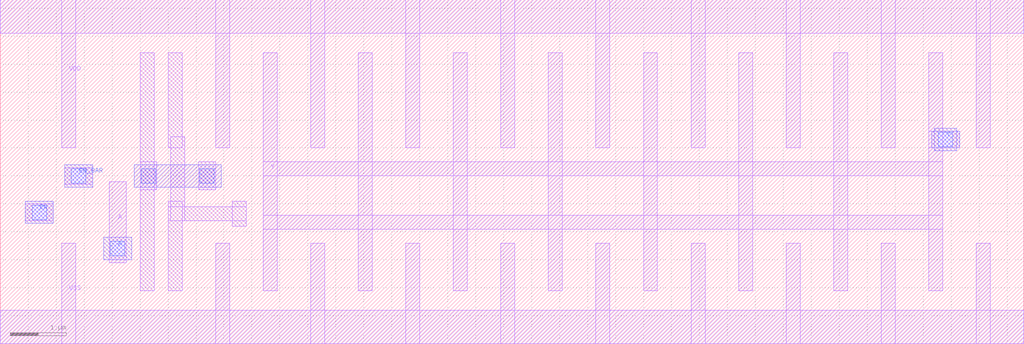
<source format=lef>
# Copyright 2022 Google LLC
# Licensed under the Apache License, Version 2.0 (the "License");
# you may not use this file except in compliance with the License.
# You may obtain a copy of the License at
#
#      http://www.apache.org/licenses/LICENSE-2.0
#
# Unless required by applicable law or agreed to in writing, software
# distributed under the License is distributed on an "AS IS" BASIS,
# WITHOUT WARRANTIES OR CONDITIONS OF ANY KIND, either express or implied.
# See the License for the specific language governing permissions and
# limitations under the License.
VERSION 5.7 ;
BUSBITCHARS "[]" ;
DIVIDERCHAR "/" ;

MACRO gf180mcu_osu_sc_gp9t3v3__tinv_16
  CLASS CORE ;
  ORIGIN 0 0 ;
  FOREIGN gf180mcu_osu_sc_gp9t3v3__tinv_16 0 0 ;
  SIZE 18.3 BY 6.15 ;
  SYMMETRY X Y ;
  SITE GF180_3p3_12t ;
  PIN VDD
    DIRECTION INOUT ;
    USE POWER ;
    SHAPE ABUTMENT ;
    PORT
      LAYER MET1 ;
        RECT 0 5.55 18.3 6.15 ;
        RECT 17.45 3.5 17.7 6.15 ;
        RECT 15.75 3.5 16 6.15 ;
        RECT 14.05 3.5 14.3 6.15 ;
        RECT 12.35 3.5 12.6 6.15 ;
        RECT 10.65 3.5 10.9 6.15 ;
        RECT 8.95 3.5 9.2 6.15 ;
        RECT 7.25 3.5 7.5 6.15 ;
        RECT 5.55 3.5 5.8 6.15 ;
        RECT 3.85 3.5 4.1 6.15 ;
        RECT 1.1 3.5 1.35 6.15 ;
    END
  END VDD
  PIN VSS
    DIRECTION INOUT ;
    USE GROUND ;
    PORT
      LAYER MET1 ;
        RECT 0 0 18.3 0.6 ;
        RECT 17.45 0 17.7 1.8 ;
        RECT 15.75 0 16 1.8 ;
        RECT 14.05 0 14.3 1.8 ;
        RECT 12.35 0 12.6 1.8 ;
        RECT 10.65 0 10.9 1.8 ;
        RECT 8.95 0 9.2 1.8 ;
        RECT 7.25 0 7.5 1.8 ;
        RECT 5.55 0 5.8 1.8 ;
        RECT 3.85 0 4.1 1.8 ;
        RECT 1.1 0 1.35 1.8 ;
    END
  END VSS
  PIN A
    DIRECTION INPUT ;
    USE SIGNAL ;
    PORT
      LAYER MET1 ;
        RECT 1.95 1.45 2.25 2.9 ;
      LAYER MET2 ;
        RECT 1.85 1.5 2.35 1.9 ;
      LAYER VIA12 ;
        RECT 1.97 1.57 2.23 1.83 ;
    END
  END A
  PIN EN
    DIRECTION INPUT ;
    USE SIGNAL ;
    PORT
      LAYER MET1 ;
        RECT 0.45 2.2 0.95 2.5 ;
      LAYER MET2 ;
        RECT 0.45 2.15 0.95 2.55 ;
      LAYER VIA12 ;
        RECT 0.57 2.22 0.83 2.48 ;
    END
  END EN
  PIN EN_BAR
    DIRECTION INPUT ;
    USE SIGNAL ;
    PORT
      LAYER MET1 ;
        RECT 1.15 2.85 1.65 3.15 ;
      LAYER MET2 ;
        RECT 1.15 2.8 1.65 3.2 ;
      LAYER VIA12 ;
        RECT 1.27 2.87 1.53 3.13 ;
    END
  END EN_BAR
  PIN Y
    DIRECTION OUTPUT ;
    USE SIGNAL ;
    PORT
      LAYER MET1 ;
        RECT 16.6 3.5 17.15 3.8 ;
        RECT 16.6 0.95 16.85 5.2 ;
        RECT 4.7 3 16.85 3.25 ;
        RECT 4.7 2.05 16.85 2.3 ;
        RECT 14.9 0.95 15.15 5.2 ;
        RECT 13.2 0.95 13.45 5.2 ;
        RECT 11.5 0.95 11.75 5.2 ;
        RECT 9.8 0.95 10.05 5.2 ;
        RECT 8.1 0.95 8.35 5.2 ;
        RECT 6.4 0.95 6.65 5.2 ;
        RECT 4.7 0.95 4.95 5.2 ;
      LAYER MET2 ;
        RECT 16.65 3.5 17.15 3.8 ;
        RECT 16.7 3.45 17.1 3.85 ;
      LAYER VIA12 ;
        RECT 16.77 3.52 17.03 3.78 ;
    END
  END Y
  OBS
    LAYER MET2 ;
      RECT 2.4 2.8 3.95 3.2 ;
    LAYER VIA12 ;
      RECT 3.57 2.87 3.83 3.13 ;
      RECT 2.52 2.87 2.78 3.13 ;
    LAYER MET1 ;
      RECT 3 3.5 3.25 5.2 ;
      RECT 3.05 2.2 3.3 3.7 ;
      RECT 4.15 2.1 4.4 2.55 ;
      RECT 3 0.95 3.25 2.55 ;
      RECT 3 2.2 4.4 2.45 ;
      RECT 2.5 0.95 2.75 5.2 ;
      RECT 2.5 2.75 2.8 3.25 ;
      RECT 3.55 2.75 3.85 3.25 ;
  END
END gf180mcu_osu_sc_gp9t3v3__tinv_16

</source>
